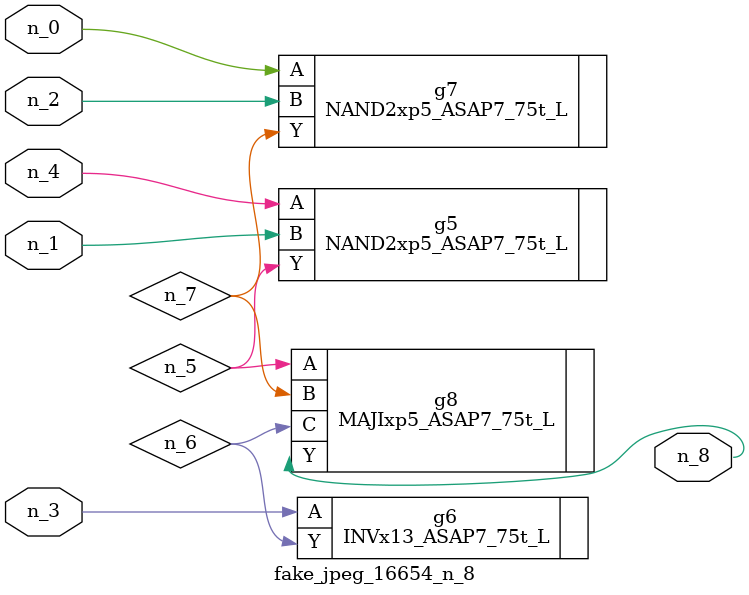
<source format=v>
module fake_jpeg_16654_n_8 (n_3, n_2, n_1, n_0, n_4, n_8);

input n_3;
input n_2;
input n_1;
input n_0;
input n_4;

output n_8;

wire n_6;
wire n_5;
wire n_7;

NAND2xp5_ASAP7_75t_L g5 ( 
.A(n_4),
.B(n_1),
.Y(n_5)
);

INVx13_ASAP7_75t_L g6 ( 
.A(n_3),
.Y(n_6)
);

NAND2xp5_ASAP7_75t_L g7 ( 
.A(n_0),
.B(n_2),
.Y(n_7)
);

MAJIxp5_ASAP7_75t_L g8 ( 
.A(n_5),
.B(n_7),
.C(n_6),
.Y(n_8)
);


endmodule
</source>
